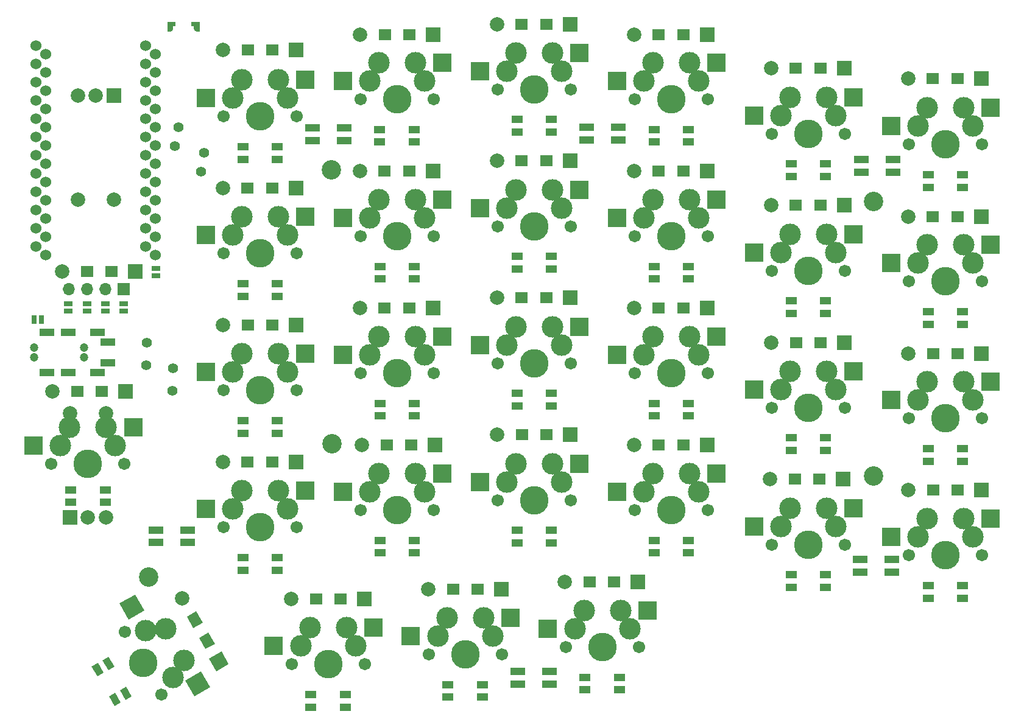
<source format=gbr>
G04 #@! TF.GenerationSoftware,KiCad,Pcbnew,(5.1.9)-1*
G04 #@! TF.CreationDate,2021-02-12T09:18:19+01:00*
G04 #@! TF.ProjectId,Lotus58_Glow,4c6f7475-7335-4385-9f47-6c6f772e6b69,0.95*
G04 #@! TF.SameCoordinates,Original*
G04 #@! TF.FileFunction,Soldermask,Bot*
G04 #@! TF.FilePolarity,Negative*
%FSLAX46Y46*%
G04 Gerber Fmt 4.6, Leading zero omitted, Abs format (unit mm)*
G04 Created by KiCad (PCBNEW (5.1.9)-1) date 2021-02-12 09:18:19*
%MOMM*%
%LPD*%
G01*
G04 APERTURE LIST*
%ADD10C,1.701800*%
%ADD11C,3.987800*%
%ADD12C,3.000000*%
%ADD13R,2.550000X2.500000*%
%ADD14R,1.600000X1.000000*%
%ADD15C,0.100000*%
%ADD16R,2.000000X2.000000*%
%ADD17C,2.000000*%
%ADD18R,1.998980X1.998980*%
%ADD19C,1.998980*%
%ADD20R,1.800000X1.500000*%
%ADD21C,1.200000*%
%ADD22R,2.100000X1.000000*%
%ADD23R,1.143000X0.635000*%
%ADD24R,0.635000X1.143000*%
%ADD25C,1.397000*%
%ADD26R,2.000000X1.000000*%
%ADD27C,1.524000*%
%ADD28O,1.700000X1.700000*%
%ADD29R,1.700000X1.700000*%
%ADD30C,2.700000*%
G04 APERTURE END LIST*
D10*
X166470000Y-47600000D03*
X176630000Y-47600000D03*
D11*
X171550000Y-47600000D03*
D12*
X167740000Y-45060000D03*
X174090000Y-42520000D03*
X169010000Y-42520000D03*
X175360000Y-45060000D03*
D13*
X177840000Y-42520000D03*
X163990000Y-45060000D03*
D14*
X131000000Y-53555000D03*
X131000000Y-51805000D03*
X135800000Y-53555000D03*
X135800000Y-51805000D03*
X164350000Y-129755000D03*
X164350000Y-128005000D03*
X159550000Y-128005000D03*
X159550000Y-129755000D03*
X145297700Y-130783300D03*
X145297700Y-129033300D03*
X140497700Y-129033300D03*
X140497700Y-130783300D03*
X126250000Y-132155000D03*
X126250000Y-130405000D03*
X121450000Y-130405000D03*
X121450000Y-132155000D03*
D15*
G36*
X93380806Y-130660640D02*
G01*
X94246832Y-130160640D01*
X95046832Y-131546280D01*
X94180806Y-132046280D01*
X93380806Y-130660640D01*
G37*
G36*
X94896350Y-129785640D02*
G01*
X95762376Y-129285640D01*
X96562376Y-130671280D01*
X95696350Y-131171280D01*
X94896350Y-129785640D01*
G37*
G36*
X92496350Y-125628718D02*
G01*
X93362376Y-125128718D01*
X94162376Y-126514358D01*
X93296350Y-127014358D01*
X92496350Y-125628718D01*
G37*
G36*
X90980806Y-126503718D02*
G01*
X91846832Y-126003718D01*
X92646832Y-127389358D01*
X91780806Y-127889358D01*
X90980806Y-126503718D01*
G37*
D14*
X92874800Y-103681500D03*
X92874800Y-101931500D03*
X88074800Y-101931500D03*
X88074800Y-103681500D03*
X212050000Y-117005000D03*
X212050000Y-115255000D03*
X207250000Y-115255000D03*
X207250000Y-117005000D03*
X193000000Y-115505000D03*
X193000000Y-113755000D03*
X188200000Y-113755000D03*
X188200000Y-115505000D03*
X173950000Y-110705000D03*
X173950000Y-108955000D03*
X169150000Y-108955000D03*
X169150000Y-110705000D03*
X154900000Y-109315000D03*
X154900000Y-107565000D03*
X150100000Y-107565000D03*
X150100000Y-109315000D03*
X135850000Y-110705000D03*
X135850000Y-108955000D03*
X131050000Y-108955000D03*
X131050000Y-110705000D03*
X116800000Y-113105000D03*
X116800000Y-111355000D03*
X112000000Y-111355000D03*
X112000000Y-113105000D03*
X212050000Y-97955000D03*
X212050000Y-96205000D03*
X207250000Y-96205000D03*
X207250000Y-97955000D03*
X193000000Y-96455000D03*
X193000000Y-94705000D03*
X188200000Y-94705000D03*
X188200000Y-96455000D03*
X173950000Y-91655000D03*
X173950000Y-89905000D03*
X169150000Y-89905000D03*
X169150000Y-91655000D03*
X154900000Y-90265000D03*
X154900000Y-88515000D03*
X150100000Y-88515000D03*
X150100000Y-90265000D03*
X135850000Y-91655000D03*
X135850000Y-89905000D03*
X131050000Y-89905000D03*
X131050000Y-91655000D03*
X116800000Y-94055000D03*
X116800000Y-92305000D03*
X112000000Y-92305000D03*
X112000000Y-94055000D03*
X212050000Y-78905000D03*
X212050000Y-77155000D03*
X207250000Y-77155000D03*
X207250000Y-78905000D03*
X193000000Y-77405000D03*
X193000000Y-75655000D03*
X188200000Y-75655000D03*
X188200000Y-77405000D03*
X173950000Y-72605000D03*
X173950000Y-70855000D03*
X169150000Y-70855000D03*
X169150000Y-72605000D03*
X154900000Y-71215000D03*
X154900000Y-69465000D03*
X150100000Y-69465000D03*
X150100000Y-71215000D03*
X135850000Y-72605000D03*
X135850000Y-70855000D03*
X131050000Y-70855000D03*
X131050000Y-72605000D03*
X116800000Y-75005000D03*
X116800000Y-73255000D03*
X112000000Y-73255000D03*
X112000000Y-75005000D03*
X212050000Y-59855000D03*
X212050000Y-58105000D03*
X207250000Y-58105000D03*
X207250000Y-59855000D03*
X193000000Y-58355000D03*
X193000000Y-56605000D03*
X188200000Y-56605000D03*
X188200000Y-58355000D03*
X173950000Y-53555000D03*
X173950000Y-51805000D03*
X169150000Y-51805000D03*
X169150000Y-53555000D03*
X154900000Y-52165000D03*
X154900000Y-50415000D03*
X150100000Y-50415000D03*
X150100000Y-52165000D03*
X116800000Y-55955000D03*
X116800000Y-54205000D03*
X112000000Y-54205000D03*
X112000000Y-55955000D03*
D10*
X156870000Y-123800000D03*
X167030000Y-123800000D03*
D11*
X161950000Y-123800000D03*
D12*
X158140000Y-121260000D03*
X164490000Y-118720000D03*
X159410000Y-118720000D03*
X165760000Y-121260000D03*
D13*
X168240000Y-118720000D03*
X154390000Y-121260000D03*
D10*
X137817700Y-124828300D03*
X147977700Y-124828300D03*
D11*
X142897700Y-124828300D03*
D12*
X139087700Y-122288300D03*
X145437700Y-119748300D03*
X140357700Y-119748300D03*
X146707700Y-122288300D03*
D13*
X149187700Y-119748300D03*
X135337700Y-122288300D03*
D10*
X118770000Y-126200000D03*
X128930000Y-126200000D03*
D11*
X123850000Y-126200000D03*
D12*
X120040000Y-123660000D03*
X126390000Y-121120000D03*
X121310000Y-121120000D03*
X127660000Y-123660000D03*
D13*
X130140000Y-121120000D03*
X116290000Y-123660000D03*
D10*
X95631000Y-121648091D03*
X100711000Y-130446909D03*
D11*
X98171000Y-126047500D03*
D12*
X98465705Y-121477943D03*
X103840409Y-125707205D03*
X101300409Y-121307795D03*
X102275705Y-128077057D03*
D15*
G36*
X103995377Y-128475618D02*
G01*
X106160441Y-127225618D01*
X107435441Y-129433982D01*
X105270377Y-130683982D01*
X103995377Y-128475618D01*
G37*
G36*
X94870673Y-117751166D02*
G01*
X97035737Y-116501166D01*
X98310737Y-118709530D01*
X96145673Y-119959530D01*
X94870673Y-117751166D01*
G37*
D10*
X85394800Y-98285300D03*
X95554800Y-98285300D03*
D11*
X90474800Y-98285300D03*
D12*
X86664800Y-95745300D03*
X93014800Y-93205300D03*
X87934800Y-93205300D03*
X94284800Y-95745300D03*
D13*
X96764800Y-93205300D03*
X82914800Y-95745300D03*
D10*
X204570000Y-111050000D03*
X214730000Y-111050000D03*
D11*
X209650000Y-111050000D03*
D12*
X205840000Y-108510000D03*
X212190000Y-105970000D03*
X207110000Y-105970000D03*
X213460000Y-108510000D03*
D13*
X215940000Y-105970000D03*
X202090000Y-108510000D03*
D10*
X185520000Y-109550000D03*
X195680000Y-109550000D03*
D11*
X190600000Y-109550000D03*
D12*
X186790000Y-107010000D03*
X193140000Y-104470000D03*
X188060000Y-104470000D03*
X194410000Y-107010000D03*
D13*
X196890000Y-104470000D03*
X183040000Y-107010000D03*
D10*
X166470000Y-104750000D03*
X176630000Y-104750000D03*
D11*
X171550000Y-104750000D03*
D12*
X167740000Y-102210000D03*
X174090000Y-99670000D03*
X169010000Y-99670000D03*
X175360000Y-102210000D03*
D13*
X177840000Y-99670000D03*
X163990000Y-102210000D03*
D10*
X147420000Y-103360000D03*
X157580000Y-103360000D03*
D11*
X152500000Y-103360000D03*
D12*
X148690000Y-100820000D03*
X155040000Y-98280000D03*
X149960000Y-98280000D03*
X156310000Y-100820000D03*
D13*
X158790000Y-98280000D03*
X144940000Y-100820000D03*
D10*
X128370000Y-104750000D03*
X138530000Y-104750000D03*
D11*
X133450000Y-104750000D03*
D12*
X129640000Y-102210000D03*
X135990000Y-99670000D03*
X130910000Y-99670000D03*
X137260000Y-102210000D03*
D13*
X139740000Y-99670000D03*
X125890000Y-102210000D03*
D10*
X109320000Y-107150000D03*
X119480000Y-107150000D03*
D11*
X114400000Y-107150000D03*
D12*
X110590000Y-104610000D03*
X116940000Y-102070000D03*
X111860000Y-102070000D03*
X118210000Y-104610000D03*
D13*
X120690000Y-102070000D03*
X106840000Y-104610000D03*
D10*
X204570000Y-92000000D03*
X214730000Y-92000000D03*
D11*
X209650000Y-92000000D03*
D12*
X205840000Y-89460000D03*
X212190000Y-86920000D03*
X207110000Y-86920000D03*
X213460000Y-89460000D03*
D13*
X215940000Y-86920000D03*
X202090000Y-89460000D03*
D10*
X185520000Y-90500000D03*
X195680000Y-90500000D03*
D11*
X190600000Y-90500000D03*
D12*
X186790000Y-87960000D03*
X193140000Y-85420000D03*
X188060000Y-85420000D03*
X194410000Y-87960000D03*
D13*
X196890000Y-85420000D03*
X183040000Y-87960000D03*
D10*
X166470000Y-85700000D03*
X176630000Y-85700000D03*
D11*
X171550000Y-85700000D03*
D12*
X167740000Y-83160000D03*
X174090000Y-80620000D03*
X169010000Y-80620000D03*
X175360000Y-83160000D03*
D13*
X177840000Y-80620000D03*
X163990000Y-83160000D03*
D10*
X147420000Y-84310000D03*
X157580000Y-84310000D03*
D11*
X152500000Y-84310000D03*
D12*
X148690000Y-81770000D03*
X155040000Y-79230000D03*
X149960000Y-79230000D03*
X156310000Y-81770000D03*
D13*
X158790000Y-79230000D03*
X144940000Y-81770000D03*
D10*
X128370000Y-85700000D03*
X138530000Y-85700000D03*
D11*
X133450000Y-85700000D03*
D12*
X129640000Y-83160000D03*
X135990000Y-80620000D03*
X130910000Y-80620000D03*
X137260000Y-83160000D03*
D13*
X139740000Y-80620000D03*
X125890000Y-83160000D03*
D10*
X109320000Y-88100000D03*
X119480000Y-88100000D03*
D11*
X114400000Y-88100000D03*
D12*
X110590000Y-85560000D03*
X116940000Y-83020000D03*
X111860000Y-83020000D03*
X118210000Y-85560000D03*
D13*
X120690000Y-83020000D03*
X106840000Y-85560000D03*
D10*
X204570000Y-72950000D03*
X214730000Y-72950000D03*
D11*
X209650000Y-72950000D03*
D12*
X205840000Y-70410000D03*
X212190000Y-67870000D03*
X207110000Y-67870000D03*
X213460000Y-70410000D03*
D13*
X215940000Y-67870000D03*
X202090000Y-70410000D03*
D10*
X185520000Y-71450000D03*
X195680000Y-71450000D03*
D11*
X190600000Y-71450000D03*
D12*
X186790000Y-68910000D03*
X193140000Y-66370000D03*
X188060000Y-66370000D03*
X194410000Y-68910000D03*
D13*
X196890000Y-66370000D03*
X183040000Y-68910000D03*
D10*
X166470000Y-66650000D03*
X176630000Y-66650000D03*
D11*
X171550000Y-66650000D03*
D12*
X167740000Y-64110000D03*
X174090000Y-61570000D03*
X169010000Y-61570000D03*
X175360000Y-64110000D03*
D13*
X177840000Y-61570000D03*
X163990000Y-64110000D03*
D10*
X147420000Y-65260000D03*
X157580000Y-65260000D03*
D11*
X152500000Y-65260000D03*
D12*
X148690000Y-62720000D03*
X155040000Y-60180000D03*
X149960000Y-60180000D03*
X156310000Y-62720000D03*
D13*
X158790000Y-60180000D03*
X144940000Y-62720000D03*
D10*
X128370000Y-66650000D03*
X138530000Y-66650000D03*
D11*
X133450000Y-66650000D03*
D12*
X129640000Y-64110000D03*
X135990000Y-61570000D03*
X130910000Y-61570000D03*
X137260000Y-64110000D03*
D13*
X139740000Y-61570000D03*
X125890000Y-64110000D03*
D10*
X109320000Y-69050000D03*
X119480000Y-69050000D03*
D11*
X114400000Y-69050000D03*
D12*
X110590000Y-66510000D03*
X116940000Y-63970000D03*
X111860000Y-63970000D03*
X118210000Y-66510000D03*
D13*
X120690000Y-63970000D03*
X106840000Y-66510000D03*
D10*
X204570000Y-53900000D03*
X214730000Y-53900000D03*
D11*
X209650000Y-53900000D03*
D12*
X205840000Y-51360000D03*
X212190000Y-48820000D03*
X207110000Y-48820000D03*
X213460000Y-51360000D03*
D13*
X215940000Y-48820000D03*
X202090000Y-51360000D03*
D10*
X185520000Y-52400000D03*
X195680000Y-52400000D03*
D11*
X190600000Y-52400000D03*
D12*
X186790000Y-49860000D03*
X193140000Y-47320000D03*
X188060000Y-47320000D03*
X194410000Y-49860000D03*
D13*
X196890000Y-47320000D03*
X183040000Y-49860000D03*
D10*
X147420000Y-46210000D03*
X157580000Y-46210000D03*
D11*
X152500000Y-46210000D03*
D12*
X148690000Y-43670000D03*
X155040000Y-41130000D03*
X149960000Y-41130000D03*
X156310000Y-43670000D03*
D13*
X158790000Y-41130000D03*
X144940000Y-43670000D03*
D10*
X128370000Y-47600000D03*
X138530000Y-47600000D03*
D11*
X133450000Y-47600000D03*
D12*
X129640000Y-45060000D03*
X135990000Y-42520000D03*
X130910000Y-42520000D03*
X137260000Y-45060000D03*
D13*
X139740000Y-42520000D03*
X125890000Y-45060000D03*
D10*
X109320000Y-50000000D03*
X119480000Y-50000000D03*
D11*
X114400000Y-50000000D03*
D12*
X110590000Y-47460000D03*
X116940000Y-44920000D03*
X111860000Y-44920000D03*
X118210000Y-47460000D03*
D13*
X120690000Y-44920000D03*
X106840000Y-47460000D03*
D16*
X87974800Y-105785300D03*
D17*
X90474800Y-105785300D03*
X92974800Y-105785300D03*
X87974800Y-91285300D03*
X92974800Y-91285300D03*
D18*
X95678000Y-88262460D03*
D19*
X85518000Y-88262460D03*
D20*
X92378000Y-88265000D03*
X88978000Y-88265000D03*
D21*
X89970500Y-83519000D03*
X82970500Y-83519000D03*
D22*
X91770500Y-85619000D03*
X93270500Y-81419000D03*
X84770500Y-85619000D03*
X87770500Y-85619000D03*
D21*
X82970500Y-82169000D03*
X89970500Y-82169000D03*
D22*
X84770500Y-80069000D03*
X87770500Y-80069000D03*
X91770500Y-80069000D03*
X93270500Y-84269000D03*
D23*
X99949000Y-72141080D03*
X99949000Y-71140320D03*
D24*
X83002120Y-78295500D03*
X84002880Y-78295500D03*
D23*
X87767900Y-77075880D03*
X87767900Y-76075120D03*
X90339332Y-77075880D03*
X90339332Y-76075120D03*
X92910766Y-77075880D03*
X92910766Y-76075120D03*
X95418700Y-77075880D03*
X95418700Y-76075120D03*
D25*
X98597449Y-84563949D03*
X102189551Y-88156051D03*
X98660949Y-81452449D03*
X102253051Y-85044551D03*
X102579898Y-54116698D03*
X106172000Y-57708800D03*
X106634551Y-55072551D03*
X103042449Y-51480449D03*
D18*
X97075000Y-71583040D03*
D19*
X86915000Y-71583040D03*
D20*
X93775000Y-71580500D03*
X90375000Y-71580500D03*
D18*
X166925000Y-114741960D03*
D19*
X156765000Y-114741960D03*
D20*
X163625000Y-114744500D03*
X160225000Y-114744500D03*
D18*
X147938500Y-115757960D03*
D19*
X137778500Y-115757960D03*
D20*
X144638500Y-115760500D03*
X141238500Y-115760500D03*
D18*
X128888500Y-117154960D03*
D19*
X118728500Y-117154960D03*
D20*
X125588500Y-117157500D03*
X122188500Y-117157500D03*
D15*
G36*
X107308871Y-125438518D02*
G01*
X109040039Y-124439028D01*
X110039529Y-126170196D01*
X108308361Y-127169686D01*
X107308871Y-125438518D01*
G37*
D19*
X103594200Y-117005539D03*
D15*
G36*
X108121519Y-123352166D02*
G01*
X106822481Y-124102166D01*
X105922481Y-122543320D01*
X107221519Y-121793320D01*
X108121519Y-123352166D01*
G37*
G36*
X106421519Y-120407680D02*
G01*
X105122481Y-121157680D01*
X104222481Y-119598834D01*
X105521519Y-118848834D01*
X106421519Y-120407680D01*
G37*
D18*
X214677000Y-101978460D03*
D19*
X204517000Y-101978460D03*
D20*
X211377000Y-101981000D03*
X207977000Y-101981000D03*
D18*
X195436500Y-100454460D03*
D19*
X185276500Y-100454460D03*
D20*
X192136500Y-100457000D03*
X188736500Y-100457000D03*
D18*
X176513500Y-95691960D03*
D19*
X166353500Y-95691960D03*
D20*
X173213500Y-95694500D03*
X169813500Y-95694500D03*
D18*
X157527000Y-94294960D03*
D19*
X147367000Y-94294960D03*
D20*
X154227000Y-94297500D03*
X150827000Y-94297500D03*
D18*
X138731000Y-95691960D03*
D19*
X128571000Y-95691960D03*
D20*
X135431000Y-95694500D03*
X132031000Y-95694500D03*
D18*
X119363500Y-98104960D03*
D19*
X109203500Y-98104960D03*
D20*
X116063500Y-98107500D03*
X112663500Y-98107500D03*
D18*
X214677000Y-82991960D03*
D19*
X204517000Y-82991960D03*
D20*
X211377000Y-82994500D03*
X207977000Y-82994500D03*
D18*
X195627000Y-81467960D03*
D19*
X185467000Y-81467960D03*
D20*
X192327000Y-81470500D03*
X188927000Y-81470500D03*
D18*
X176513500Y-76641960D03*
D19*
X166353500Y-76641960D03*
D20*
X173213500Y-76644500D03*
X169813500Y-76644500D03*
D18*
X157463500Y-75244960D03*
D19*
X147303500Y-75244960D03*
D20*
X154163500Y-75247500D03*
X150763500Y-75247500D03*
D18*
X138413500Y-76641960D03*
D19*
X128253500Y-76641960D03*
D20*
X135113500Y-76644500D03*
X131713500Y-76644500D03*
D18*
X119427000Y-79054960D03*
D19*
X109267000Y-79054960D03*
D20*
X116127000Y-79057500D03*
X112727000Y-79057500D03*
D18*
X214613500Y-63941960D03*
D19*
X204453500Y-63941960D03*
D20*
X211313500Y-63944500D03*
X207913500Y-63944500D03*
D18*
X195563500Y-62354460D03*
D19*
X185403500Y-62354460D03*
D20*
X192263500Y-62357000D03*
X188863500Y-62357000D03*
D18*
X176513500Y-57591960D03*
D19*
X166353500Y-57591960D03*
D20*
X173213500Y-57594500D03*
X169813500Y-57594500D03*
D18*
X157463500Y-56194960D03*
D19*
X147303500Y-56194960D03*
D20*
X154163500Y-56197500D03*
X150763500Y-56197500D03*
D18*
X138413500Y-57591960D03*
D19*
X128253500Y-57591960D03*
D20*
X135113500Y-57594500D03*
X131713500Y-57594500D03*
D18*
X119363500Y-60004960D03*
D19*
X109203500Y-60004960D03*
D20*
X116063500Y-60007500D03*
X112663500Y-60007500D03*
D18*
X214613500Y-44701460D03*
D19*
X204453500Y-44701460D03*
D20*
X211313500Y-44704000D03*
X207913500Y-44704000D03*
D18*
X195563500Y-43304460D03*
D19*
X185403500Y-43304460D03*
D20*
X192263500Y-43307000D03*
X188863500Y-43307000D03*
D18*
X176513500Y-38605460D03*
D19*
X166353500Y-38605460D03*
D20*
X173213500Y-38608000D03*
X169813500Y-38608000D03*
D18*
X157463500Y-37208460D03*
D19*
X147303500Y-37208460D03*
D20*
X154163500Y-37211000D03*
X150763500Y-37211000D03*
D18*
X138477000Y-38605460D03*
D19*
X128317000Y-38605460D03*
D20*
X135177000Y-38608000D03*
X131777000Y-38608000D03*
D18*
X119427000Y-40764460D03*
D19*
X109267000Y-40764460D03*
D20*
X116127000Y-40767000D03*
X112727000Y-40767000D03*
D26*
X121688500Y-51576000D03*
X121688500Y-53326000D03*
X126088500Y-53326000D03*
X126088500Y-51576000D03*
X159788500Y-51512500D03*
X159788500Y-53262500D03*
X164188500Y-53262500D03*
X164188500Y-51512500D03*
X197952000Y-56021000D03*
X197952000Y-57771000D03*
X202352000Y-57771000D03*
X202352000Y-56021000D03*
X99908000Y-107519500D03*
X99908000Y-109269500D03*
X104308000Y-109269500D03*
X104308000Y-107519500D03*
X150200000Y-127204500D03*
X150200000Y-128954500D03*
X154600000Y-128954500D03*
X154600000Y-127204500D03*
X197825000Y-111647000D03*
X197825000Y-113397000D03*
X202225000Y-111647000D03*
X202225000Y-113397000D03*
D27*
X84584815Y-46405745D03*
X99824815Y-64185745D03*
X84584815Y-56565745D03*
X99824815Y-54025745D03*
X99824815Y-48945745D03*
X84584815Y-66725745D03*
X99824815Y-46405745D03*
X99824815Y-41325745D03*
X84584815Y-61645745D03*
X99824815Y-69265745D03*
X84584815Y-54025745D03*
X84584815Y-43865745D03*
X84584815Y-48945745D03*
X84584815Y-51485745D03*
X84584815Y-64185745D03*
X84584815Y-59105745D03*
X99824815Y-61645745D03*
X99824815Y-59105745D03*
X84584815Y-69265745D03*
X99824815Y-66725745D03*
X99824815Y-43865745D03*
X84584815Y-41325745D03*
X99824815Y-56565745D03*
X99824815Y-51485745D03*
X83286000Y-40130000D03*
X83286000Y-42670000D03*
X83286000Y-45210000D03*
X83286000Y-47750000D03*
X83286000Y-50290000D03*
X83286000Y-52830000D03*
X83286000Y-55370000D03*
X83286000Y-57910000D03*
X83286000Y-60450000D03*
X83286000Y-62990000D03*
X83286000Y-65530000D03*
X83286000Y-68070000D03*
X98526000Y-68070000D03*
X98526000Y-65530000D03*
X98526000Y-62990000D03*
X98526000Y-60450000D03*
X98526000Y-57910000D03*
X98526000Y-55370000D03*
X98526000Y-52830000D03*
X98526000Y-50290000D03*
X98526000Y-47750000D03*
X98526000Y-45210000D03*
X98526000Y-42670000D03*
X98526000Y-40130000D03*
D28*
X87820500Y-73993500D03*
X90360500Y-73993500D03*
X92900500Y-73993500D03*
D29*
X95440500Y-73993500D03*
D15*
G36*
X102304800Y-37481401D02*
G01*
X102304800Y-37781399D01*
X102303567Y-37812783D01*
X102299876Y-37843973D01*
X102293749Y-37874777D01*
X102285224Y-37905005D01*
X102274353Y-37934472D01*
X102261205Y-37962995D01*
X102245858Y-37990398D01*
X102228409Y-38016512D01*
X102208965Y-38041177D01*
X102187645Y-38064241D01*
X102164582Y-38085560D01*
X102139917Y-38105005D01*
X102113802Y-38122454D01*
X102086399Y-38137800D01*
X102057876Y-38150949D01*
X102028409Y-38161819D01*
X101998181Y-38170344D01*
X101967377Y-38176471D01*
X101936187Y-38180162D01*
X101904803Y-38181395D01*
X101504800Y-38181399D01*
X101504800Y-36831400D01*
X102654800Y-36831400D01*
X102654800Y-37481401D01*
X102304800Y-37481401D01*
G37*
G36*
X105608996Y-38184996D02*
G01*
X105577613Y-38183763D01*
X105546423Y-38180072D01*
X105515618Y-38173945D01*
X105485390Y-38165420D01*
X105455923Y-38154550D01*
X105427401Y-38141401D01*
X105399997Y-38126054D01*
X105373883Y-38108605D01*
X105349218Y-38089161D01*
X105326154Y-38067842D01*
X105304835Y-38044778D01*
X105285391Y-38020113D01*
X105267942Y-37993999D01*
X105252595Y-37966595D01*
X105239446Y-37938073D01*
X105228576Y-37908606D01*
X105220051Y-37878378D01*
X105213924Y-37847573D01*
X105210233Y-37816383D01*
X105209000Y-37785000D01*
X105209000Y-37485002D01*
X104859000Y-37485002D01*
X104859000Y-36835001D01*
X106009000Y-36835001D01*
X106009000Y-38185000D01*
X105608996Y-38184996D01*
G37*
D16*
X94067000Y-47094000D03*
D17*
X91567000Y-47094000D03*
X89067000Y-47094000D03*
X94067000Y-61594000D03*
X89067000Y-61594000D03*
D30*
X98894900Y-114109500D03*
X199700000Y-100000000D03*
X124396500Y-95567500D03*
X199700000Y-61800000D03*
X124325380Y-57409080D03*
M02*

</source>
